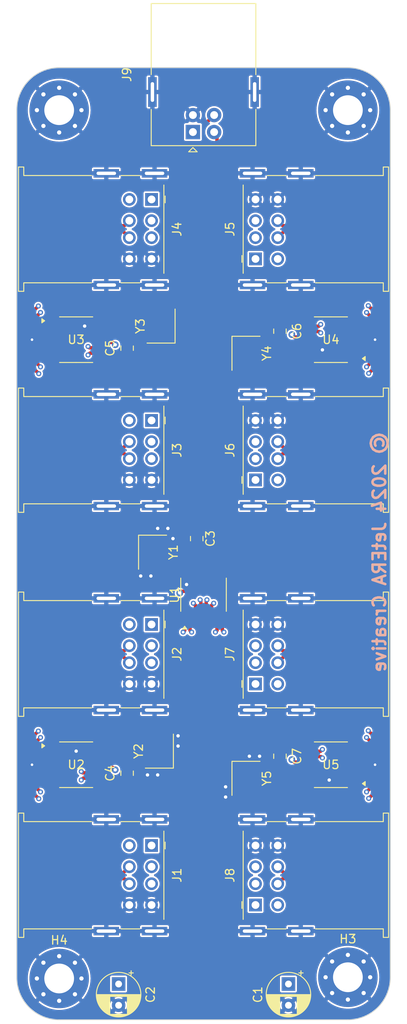
<source format=kicad_pcb>
(kicad_pcb (version 20240108) (generator "pcbnew") (generator_version "8.0")
  (title_block (title "USB 2.0 HighSpeed x16 Hub") (date "2024-11-04") (rev "2024.1") (company "JetERA Creative") (comment 1 "https://creativecommons.org/licenses/by-sa/4.0/legalcode.en") (comment 2 "Use of this PCB design is governed under the CC BY-SA 4.0 International license."))
  (layers (0 "F.Cu" signal) (1 "In1.Cu" signal) (2 "In2.Cu" signal) (31 "B.Cu" signal) (34 "B.Paste" user) (35 "F.Paste" user) (36 "B.SilkS" user "B.Silkscreen") (37 "F.SilkS" user "F.Silkscreen") (38 "B.Mask" user) (39 "F.Mask" user) (44 "Edge.Cuts" user))
  (net 0 "")
  (net 1 "+5V")
  (net 2 "GND")
  (net 3 "Net-(U3-3V3)")
  (net 4 "Net-(U4-3V3)")
  (net 5 "Net-(U5-3V3)")
  (net 6 "Net-(U3-XO)")
  (net 7 "Net-(U3-XI)")
  (net 8 "Net-(U4-XO)")
  (net 9 "Net-(U4-XI)")
  (net 10 "Net-(U5-XO)")
  (net 11 "Net-(U5-XI)")
  (net 12 "Net-(U1-D3-)")
  (net 13 "Net-(U1-D3+)")
  (net 14 "Net-(U1-D2-)")
  (net 15 "Net-(U1-D2+)")
  (net 16 "Net-(U1-D1-)")
  (net 17 "Net-(U1-D1+)")
  (net 18 "Net-(J1-D1-)")
  (net 19 "Net-(J1-D2+)")
  (net 20 "Net-(J1-D1+)")
  (net 21 "Net-(J1-D2-)")
  (net 22 "Net-(J2-D2+)")
  (net 23 "Net-(J2-D2-)")
  (net 24 "Net-(J2-D1-)")
  (net 25 "Net-(J2-D1+)")
  (net 26 "Net-(J3-D1-)")
  (net 27 "Net-(J3-D1+)")
  (net 28 "Net-(J3-D2+)")
  (net 29 "Net-(J3-D2-)")
  (net 30 "Net-(J4-D1+)")
  (net 31 "Net-(J4-D2-)")
  (net 32 "Net-(J4-D1-)")
  (net 33 "Net-(J4-D2+)")
  (net 34 "Net-(J5-D1-)")
  (net 35 "Net-(J5-D2-)")
  (net 36 "Net-(J5-D2+)")
  (net 37 "Net-(J5-D1+)")
  (net 38 "Net-(J6-D2-)")
  (net 39 "Net-(J6-D1+)")
  (net 40 "Net-(J6-D2+)")
  (net 41 "Net-(J6-D1-)")
  (net 42 "Net-(J7-D1-)")
  (net 43 "Net-(J7-D1+)")
  (net 44 "Net-(J7-D2-)")
  (net 45 "Net-(J7-D2+)")
  (net 46 "Net-(J8-D1-)")
  (net 47 "Net-(J8-D2-)")
  (net 48 "Net-(J8-D1+)")
  (net 49 "Net-(J8-D2+)")
  (net 50 "Net-(U1-3V3)")
  (net 51 "Net-(U2-3V3)")
  (net 52 "Net-(U1-D4+)")
  (net 53 "Net-(U1-D4-)")
  (net 54 "Net-(U1-XI)")
  (net 55 "Net-(U1-XO)")
  (net 56 "Net-(U2-XI)")
  (net 57 "Net-(U2-XO)")
  (net 58 "Net-(J9-D-)")
  (net 59 "Net-(J9-D+)")
  (footprint "footprints:USB_B_OST_USB-B1HSxx_Horizontal" (layer "F.Cu") (at 58.75 75.5775 90)
    (property "Reference" "J9")
    (property "Value" "USB_B")
  )
  (footprint "footprints:USB_A_Wuerth_61400826021_Horizontal_Stacked" (layer "F.Cu") (at 66.12 116.5 90)
    (property "Reference" "J6")
    (property "Value" "USB_A_Stacked")
  )
  (footprint "footprints:USB_A_Wuerth_61400826021_Horizontal_Stacked" (layer "F.Cu") (at 66.12 90.5 90)
    (property "Reference" "J5")
    (property "Value" "USB_A_Stacked")
  )
  (footprint "footprints:USB_A_Wuerth_61400826021_Horizontal_Stacked" (layer "F.Cu") (at 53.88 83.5 -90)
    (property "Reference" "J4")
    (property "Value" "USB_A_Stacked")
  )
  (footprint "Crystal:Crystal_SMD_3225-4Pin_3.2x2.5mm" (layer "F.Cu") (at 65 101.6 -90)
    (property "Reference" "Y4")
    (property "Value" "Crystal_GND24_Small")
  )
  (footprint "Capacitor_SMD:C_0805_2012Metric" (layer "F.Cu") (at 69 149 90)
    (property "Reference" "C7")
    (property "Value" "4.7uF")
  )
  (footprint "footprints:USB_A_Wuerth_61400826021_Horizontal_Stacked" (layer "F.Cu") (at 66.12 166.5 90)
    (property "Reference" "J8")
    (property "Value" "USB_A_Stacked")
  )
  (footprint "Capacitor_SMD:C_0805_2012Metric" (layer "F.Cu") (at 69 99 90)
    (property "Reference" "C6")
    (property "Value" "4.7uF")
  )
  (footprint "Package_SO:QSOP-16_3.9x4.9mm_P0.635mm" (layer "F.Cu") (at 75 100 180)
    (property "Reference" "U4")
    (property "Value" "CH334R")
  )
  (footprint "Capacitor_SMD:C_0805_2012Metric" (layer "F.Cu") (at 59.2 123.4 90)
    (property "Reference" "C3")
    (property "Value" "4.7uF")
  )
  (footprint "footprints:USB_A_Wuerth_61400826021_Horizontal_Stacked" (layer "F.Cu") (at 66.12 140.5 90)
    (property "Reference" "J7")
    (property "Value" "USB_A_Stacked")
  )
  (footprint "Crystal:Crystal_SMD_3225-4Pin_3.2x2.5mm" (layer "F.Cu") (at 55 98.4 90)
    (property "Reference" "Y3")
    (property "Value" "Crystal_GND24_Small")
  )
  (footprint "Package_SO:QSOP-16_3.9x4.9mm_P0.635mm" (layer "F.Cu") (at 45 150)
    (property "Reference" "U2")
    (property "Value" "CH334R")
  )
  (footprint "Crystal:Crystal_SMD_3225-4Pin_3.2x2.5mm" (layer "F.Cu") (at 54 125 -90)
    (property "Reference" "Y1")
    (property "Value" "Crystal_GND24_Small")
  )
  (footprint "Package_SO:QSOP-16_3.9x4.9mm_P0.635mm" (layer "F.Cu") (at 75 150 180)
    (property "Reference" "U5")
    (property "Value" "CH334R")
  )
  (footprint "MountingHole:MountingHole_3.5mm_Pad_Via" (layer "F.Cu") (at 77 175)
    (property "Reference" "H3")
    (property "Value" "MountingHole_Pad")
  )
  (footprint "footprints:USB_A_Wuerth_61400826021_Horizontal_Stacked" (layer "F.Cu") (at 53.88 133.5 -90)
    (property "Reference" "J2")
    (property "Value" "USB_A_Stacked")
  )
  (footprint "Capacitor_THT:CP_Radial_D5.0mm_P2.50mm" (layer "F.Cu") (at 50 175.794888 -90)
    (property "Reference" "C2")
    (property "Value" "270uF")
  )
  (footprint "Package_SO:QSOP-16_3.9x4.9mm_P0.635mm" (layer "F.Cu") (at 45 100)
    (property "Reference" "U3")
    (property "Value" "CH334R")
  )
  (footprint "MountingHole:MountingHole_3.5mm_Pad_Via" (layer "F.Cu") (at 43 175.143845)
    (property "Reference" "H4")
    (property "Value" "MountingHole_Pad")
  )
  (footprint "MountingHole:MountingHole_3.5mm_Pad_Via" (layer "F.Cu") (at 77 73)
    (property "Reference" "H2" (hide yes))
    (property "Value" "MountingHole_Pad")
  )
  (footprint "Crystal:Crystal_SMD_3225-4Pin_3.2x2.5mm" (layer "F.Cu") (at 54.8 148.4 90)
    (property "Reference" "Y2")
    (property "Value" "Crystal_GND24_Small")
  )
  (footprint "Capacitor_THT:CP_Radial_D5.0mm_P2.50mm" (layer "F.Cu") (at 70 175.794888 -90)
    (property "Reference" "C1")
    (property "Value" "270uF")
  )
  (footprint "footprints:USB_A_Wuerth_61400826021_Horizontal_Stacked" (layer "F.Cu") (at 53.88 109.5 -90)
    (property "Reference" "J3")
    (property "Value" "USB_A_Stacked")
  )
  (footprint "MountingHole:MountingHole_3.5mm_Pad_Via" (layer "F.Cu") (at 43 73)
    (property "Reference" "H1" (hide yes))
    (property "Value" "MountingHole_Pad")
  )
  (footprint "Crystal:Crystal_SMD_3225-4Pin_3.2x2.5mm" (layer "F.Cu") (at 65 151.6 -90)
    (property "Reference" "Y5")
    (property "Value" "Crystal_GND24_Small")
  )
  (footprint "Capacitor_SMD:C_0805_2012Metric" (layer "F.Cu") (at 51 101 -90)
    (property "Reference" "C5")
    (property "Value" "4.7uF")
  )
  (footprint "footprints:USB_A_Wuerth_61400826021_Horizontal_Stacked" (layer "F.Cu") (at 53.88 159.5 -90)
    (property "Reference" "J1")
    (property "Value" "USB_A_Stacked")
  )
  (footprint "Package_SO:QSOP-16_3.9x4.9mm_P0.635mm" (layer "F.Cu") (at 60 130 90)
    (property "Reference" "U1")
    (property "Value" "CH334R")
  )
  (footprint "Capacitor_SMD:C_0805_2012Metric" (layer "F.Cu") (at 51 151 -90)
    (property "Reference" "C4")
    (property "Value" "4.7uF")
  )
  (gr_arc (start 77 68) (mid 80.535534 69.464466) (end 82 73) (stroke (width 0.1)) (layer "Edge.Cuts"))
  (gr_arc (start 43 180) (mid 39.464466 178.535534) (end 38 175) (stroke (width 0.1)) (layer "Edge.Cuts"))
  (gr_line (start 38 175) (end 38 73) (stroke (width 0.1)) (layer "Edge.Cuts"))
  (gr_line (start 82 73) (end 82 175) (stroke (width 0.1)) (layer "Edge.Cuts"))
  (gr_arc (start 38 73) (mid 39.464466 69.464466) (end 43 68) (stroke (width 0.1)) (layer "Edge.Cuts"))
  (gr_line (start 43 68) (end 77 68) (stroke (width 0.1)) (layer "Edge.Cuts"))
  (gr_line (start 77 180) (end 43 180) (stroke (width 0.1)) (layer "Edge.Cuts"))
  (gr_arc (start 82 175) (mid 80.535534 178.535534) (end 77 180) (stroke (width 0.1)) (layer "Edge.Cuts"))
  (gr_text "© 2024 JetERA Creative" (at 81.6 125 90) (layer "B.SilkS") (effects (font (size 1.5 1.5) (thickness 0.3) (bold yes)) (justify bottom mirror)))
  (segment (start 49.3175 100.3175) (end 49.6 100.6) (width 0.4) (layer "F.Cu") (net 1))
  (segment (start 72.3625 99.6825) (end 70.6825 99.6825) (width 0.4) (layer "F.Cu") (net 1))
  (segment (start 58.967378 129.6) (end 57.4 129.6) (width 0.4) (layer "F.Cu") (net 1))
  (segment (start 70.6825 149.6825) (end 70.4 149.4) (width 0.4) (layer "F.Cu") (net 1))
  (segment (start 47.6375 100.3175) (end 49.3175 100.3175) (width 0.4) (layer "F.Cu") (net 1))
  (segment (start 49.3175 150.3175) (end 49.6 150.6) (width 0.4) (layer "F.Cu") (net 1))
  (segment (start 70.6825 99.6825) (end 70.4 99.4) (width 0.4) (layer "F.Cu") (net 1))
  (segment (start 47.6375 150.3175) (end 49.3175 150.3175) (width 0.4) (layer "F.Cu") (net 1))
  (segment (start 57.4 129.6) (end 57.2 129.8) (width 0.4) (layer "F.Cu") (net 1))
  (segment (start 60.3175 127.3625) (end 60.3175 128.249878) (width 0.4) (layer "F.Cu") (net 1))
  (segment (start 72.3625 149.6825) (end 70.6825 149.6825) (width 0.4) (layer "F.Cu") (net 1))
  (segment (start 60.3175 128.249878) (end 58.967378 129.6) (width 0.4) (layer "F.Cu") (net 1))
  (via (at 70.4 149.4) (size 0.8) (drill 0.4) (layers "F.Cu" "B.Cu") (net 1))
  (via (at 57.2 129.8) (size 0.8) (drill 0.4) (layers "F.Cu" "B.Cu") (net 1))
  (via (at 49.6 150.6) (size 0.8) (drill 0.4) (layers "F.Cu" "B.Cu") (net 1))
  (via (at 70.4 99.4) (size 0.8) (drill 0.4) (layers "F.Cu" "B.Cu") (net 1))
  (via (at 49.6 100.6) (size 0.8) (drill 0.4) (layers "F.Cu" "B.Cu") (net 1))
  (segment (start 55.6225 147.7775) (end 56.1 147.3) (width 0.4) (layer "F.Cu") (net 2))
  (via (at 54.6 122.2) (size 0.8) (drill 0.4) (layers "F.Cu" "B.Cu") (net 2))
  (via (at 57 147.8) (size 0.8) (drill 0.4) (layers "F.Cu" "B.Cu") (net 2))
  (via (at 56.4 123.4) (size 0.8) (drill 0.4) (layers "F.Cu" "B.Cu") (net 2))
  (via (at 65.4 149) (size 0.8) (drill 0.4) (layers "F.Cu" "B.Cu") (net 2))
  (via (at 39.8 100) (size 0.6) (drill 0.3) (layers "F.Cu" "B.Cu") (net 2))
  (via (at 80.2 100) (size 0.6) (drill 0.3) (layers "F.Cu" "B.Cu") (net 2))
  (via (at 53.8 127.8) (size 0.8) (drill 0.4) (layers "F.Cu" "B.Cu") (net 2))
  (via (at 39.8 150) (size 0.6) (drill 0.3) (layers "F.Cu" "B.Cu") (net 2))
  (via (at 66.6 149) (size 0.8) (drill 0.4) (layers "F.Cu" "B.Cu") (net 2))
  (via (at 62.6 153.8) (size 0.8) (drill 0.4) (layers "F.Cu" "B.Cu") (net 2))
  (via (at 57 146.6) (size 0.8) (drill 0.4) (layers "F.Cu" "B.Cu") (net 2))
  (via (at 45 148.4) (size 0.8) (drill 0.4) (layers "F.Cu" "B.Cu") (net 2))
  (via (at 74 101.2) (size 0.8) (drill 0.4) (layers "F.Cu" "B.Cu") (net 2))
  (via (at 53.4 151.2) (size 0.8) (drill 0.4) (layers "F.Cu" "B.Cu") (net 2))
  (via (at 58 128.8) (size 0.8) (drill 0.4) (layers "F.Cu" "B.Cu") (net 2))
  (via (at 62.6 152.6) (size 0.8) (drill 0.4) (layers "F.Cu" "B.Cu") (net 2))
  (via (at 55.8 122.2) (size 0.8) (drill 0.4) (layers "F.Cu" "B.Cu") (net 2))
  (via (at 80.2 150) (size 0.6) (drill 0.3) (layers "F.Cu" "B.Cu") (net 2))
  (via (at 74.8 151.8) (size 0.8) (drill 0.4) (layers "F.Cu" "B.Cu") (net 2))
  (via (at 54.6 151.2) (size 0.8) (drill 0.4) (layers "F.Cu" "B.Cu") (net 2))
  (via (at 52.6 127.8) (size 0.8) (drill 0.4) (layers "F.Cu" "B.Cu") (net 2))
  (via (at 46 98.4) (size 0.8) (drill 0.4) (layers "F.Cu" "B.Cu") (net 2))
  (segment (start 47.6375 99.6825) (end 50.6325 99.6825) (width 0.4) (layer "F.Cu") (net 3))
  (segment (start 50.6325 99.6825) (end 51 100.05) (width 0.4) (layer "F.Cu") (net 3))
  (segment (start 72.3625 100.3175) (end 69.3675 100.3175) (width 0.4) (layer "F.Cu") (net 4))
  (segment (start 69.3675 100.3175) (end 69 99.95) (width 0.4) (layer "F.Cu") (net 4))
  (segment (start 72.3625 150.3175) (end 69.3675 150.3175) (width 0.4) (layer "F.Cu") (net 5))
  (segment (start 69.3675 150.3175) (end 69 149.95) (width 0.4) (layer "F.Cu") (net 5))
  (segment (start 47.65 98.4) (end 54.95 98.4) (width 0.4) (layer "F.Cu") (net 6))
  (segment (start 47.6375 98.4125) (end 47.65 98.4) (width 0.4) (layer "F.Cu") (net 6))
  (segment (start 54.95 98.4) (end 55.85 99.3) (width 0.4) (layer "F.Cu") (net 6))
  (segment (start 55.85 99.3) (end 55.85 99.5) (width 0.4) (layer "F.Cu") (net 6))
  (segment (start 53.6725 97.7775) (end 54.15 97.3) (width 0.4) (layer "F.Cu") (net 7))
  (segment (start 47.6375 97.7775) (end 53.6725 97.7775) (width 0.4) (layer "F.Cu") (net 7))
  (segment (start 65 101.6) (end 72.35 101.6) (width 0.4) (layer "F.Cu") (net 8))
  (segment (start 64.15 100.75) (end 65 101.6) (width 0.4) (layer "F.Cu") (net 8))
  (segment (start 72.35 101.6) (end 72.3625 101.5875) (width 0.4) (layer "F.Cu") (net 8))
  (segment (start 64.15 100.5) (end 64.15 100.75) (width 0.4) (layer "F.Cu") (net 8))
  (segment (start 66.3275 102.2225) (end 65.85 102.7) (width 0.4) (layer "F.Cu") (net 9))
  (segment (start 72.3625 102.2225) (end 66.3275 102.2225) (width 0.4) (layer "F.Cu") (net 9))
  (segment (start 72.3625 151.5875) (end 66.85 151.5875) (width 0.4) (layer "F.Cu") (net 10))
  (segment (start 65 151.6) (end 64.15 150.75) (width 0.4) (layer "F.Cu") (net 10))
  (segment (start 66.85 151.5875) (end 66.8375 151.6) (width 0.4) (layer "F.Cu") (net 10))
  (segment (start 64.15 150.75) (end 64.15 150.5) (width 0.4) (layer "F.Cu") (net 10))
  (segment (start 66.8375 151.6) (end 65 151.6) (width 0.4) (layer "F.Cu") (net 10))
  (segment (start 72.3625 152.2225) (end 66.3275 152.2225) (width 0.4) (layer "F.Cu") (net 11))
  (segment (start 66.3275 152.2225) (end 65.85 152.7) (width 0.4) (layer "F.Cu") (net 11))
  (segment (start 59.0475 132.6375) (end 59.0475 131.2475) (width 0.4) (layer "F.Cu") (net 12))
  (segment (start 46.6125 101.5875) (end 47.6375 101.5875) (width 0.4) (layer "F.Cu") (net 12))
  (segment (start 59.0475 131.2475) (end 58.8 131) (width 0.4) (layer "F.Cu") (net 12))
  (segment (start 46.4 101.8) (end 46.6125 101.5875) (width 0.4) (layer "F.Cu") (net 12))
  (via (at 46.4 101.8) (size 0.6) (drill 0.3) (layers "F.Cu" "B.Cu") (net 12))
  (via (at 58.8 131) (size 0.6) (drill 0.3) (layers "F.Cu" "B.Cu") (net 12))
  (segment (start 46.4 100.8) (end 46.5525 100.9525) (width 0.4) (layer "F.Cu") (net 13))
  (segment (start 59.6825 130.6825) (end 59.6 130.6) (width 0.4) (layer "F.Cu") (net 13))
  (segment (start 46.5525 100.9525) (end 47.6375 100.9525) (width 0.4) (layer "F.Cu") (net 13))
  (segment (start 59.6825 132.6375) (end 59.6825 130.6825) (width 0.4) (layer "F.Cu") (net 13))
  (via (at 46.4 100.8) (size 0.6) (drill 0.3) (layers "F.Cu" "B.Cu") (net 13))
  (via (at 59.6 130.6) (size 0.6) (drill 0.3) (layers "F.Cu" "B.Cu") (net 13))
  (segment (start 60.3175 132.6375) (end 60.3175 130.6825) (width 0.4) (layer "F.Cu") (net 14))
  (segment (start 73.5875 98.4125) (end 72.3625 98.4125) (width 0.4) (layer "F.Cu") (net 14))
  (segment (start 60.3175 130.6825) (end 60.4 130.6) (width 0.4) (layer "F.Cu") (net 14))
  (segment (start 73.8 98.2) (end 73.5875 98.4125) (width 0.4) (layer "F.Cu") (net 14))
  (via (at 60.4 130.6) (size 0.6) (drill 0.3) (layers "F.Cu" "B.Cu") (net 14))
  (via (at 73.8 98.2) (size 0.6) (drill 0.3) (layers "F.Cu" "B.Cu") (net 14))
  (segment (start 60.9525 131.2475) (end 61.2 131) (width 0.4) (layer "F.Cu") (net 15))
  (segment (start 73.8 99.2) (end 73.6475 99.0475) (width 0.4) (layer "F.Cu") (net 15))
  (segment (start 60.9525 132.6375) (end 60.9525 131.2475) (width 0.4) (layer "F.Cu") (net 15))
  (segment (start 73.6475 99.0475) (end 72.3625 99.0475) (width 0.4) (layer "F.Cu") (net 15))
  (via (at 73.8 99.2) (size 0.6) (drill 0.3) (layers "F.Cu" "B.Cu") (net 15))
  (via (at 61.2 131) (size 0.6) (drill 0.3) (layers "F.Cu" "B.Cu") (net 15))
  (segment (start 61.5875 132.6375) (end 61.5875 134.2125) (width 0.4) (layer "F.Cu") (net 16))
  (segment (start 74 148.2) (end 73.7875 148.4125) (width 0.4) (layer "F.Cu") (net 16))
  (segment (start 73.7875 148.4125) (end 72.3625 148.4125) (width 0.4) (layer "F.Cu") (net 16))
  (segment (start 61.5875 134.2125) (end 61.4 134.4) (width 0.4) (layer "F.Cu") (net 16))
  (via (at 74 148.2) (size 0.6) (drill 0.3) (layers "F.Cu" "B.Cu") (net 16))
  (via (at 61.4 134.4) (size 0.6) (drill 0.3) (layers "F.Cu" "B.Cu") (net 16))
  (segment (start 62.2225 132.6375) (end 62.2225 134.2225) (width 0.4) (layer "F.Cu") (net 17))
  (segment (start 73.8475 149.0475) (end 74 149.2) (width 0.4) (layer "F.Cu") (net 17))
  (segment (start 72.3625 149.0475) (end 73.8475 149.0475) (width 0.4) (layer "F.Cu") (net 17))
  (segment (start 62.2225 134.2225) (end 62.4 134.4) (width 0.4) (layer "F.Cu") (net 17))
  (via (at 62.4 134.4) (size 0.6) (drill 0.3) (layers "F.Cu" "B.Cu") (net 17))
  (via (at 74 149.2) (size 0.6) (drill 0.3) (layers "F.Cu" "B.Cu") (net 17))
  (segment (start 39.8 151.151472) (end 40.633972 150.3175) (width 0.4) (layer "F.Cu") (net 18))
  (segment (start 40.6 154) (end 39.8 153.2) (width 0.4) (layer "F.Cu") (net 18))
  (segment (start 39.8 153.2) (end 39.8 151.151472) (width 0.4) (layer "F.Cu") (net 18))
  (segment (start 40.633972 150.3175) (end 42.3625 150.3175) (width 0.4) (layer "F.Cu") (net 18))
  (via (at 40.6 154) (size 0.6) (drill 0.3) (layers "F.Cu" "B.Cu") (net 18))
  (segment (start 42.3625 152.2225) (end 43.03635 152.2225) (width 0.4) (layer "F.Cu") (net 19))
  (segment (start 46.4 163.4) (end 50.66 163.4) (width 0.4) (layer "F.Cu") (net 19))
  (segment (start 43.03635 152.2225) (end 44 153.18615) (width 0.4) (layer "F.Cu") (net 19))
  (segment (start 44 161) (end 46.4 163.4) (width 0.4) (layer "F.Cu") (net 19))
  (segment (start 50.66 163.4) (end 51.26 164) (width 0.4) (layer "F.Cu") (net 19))
  (segment (start 44 153.18615) (end 44 161) (width 0.4) (layer "F.Cu") (net 19))
  (segment (start 40.8475 150.9525) (end 42.3625 150.9525) (width 0.4) (layer "F.Cu") (net 20))
  (segment (start 40.4 151.4) (end 40.8475 150.9525) (width 0.4) (layer "F.Cu") (net 20))
  (segment (start 40.4 152.8) (end 40.4 151.4) (width 0.4) (layer "F.Cu") (net 20))
  (segment (start 40.8 153.2) (end 40.4 152.8) (width 0.4) (layer "F.Cu") (net 20))
  (via (at 40.8 153.2) (size 0.6) (drill 0.3) (layers "F.Cu" "B.Cu") (net 20))
  (segment (start 43.249878 151.5875) (end 44.6 152.937622) (width 0.4) (layer "F.Cu") (net 21))
  (segment (start 46.648528 162.8) (end 50.46 162.8) (width 0.4) (layer "F.Cu") (net 21))
  (segment (start 44.6 160.751472) (end 46.648528 162.8) (width 0.4) (layer "F.Cu") (net 21))
  (segment (start 42.3625 151.5875) (end 43.249878 151.5875) (width 0.4) (layer "F.Cu") (net 21))
  (segment (start 50.46 162.8) (end 51.26 162) (width 0.4) (layer "F.Cu") (net 21))
  (segment (start 44.6 152.937622) (end 44.6 160.751472) (width 0.4) (layer "F.Cu") (net 21))
  (segment (start 50.46 137.2) (end 51.26 138) (width 0.4) (layer "F.Cu") (net 22))
  (segment (start 43.249878 148.4125) (end 44.6 147.062378) (width 0.4) (layer "F.Cu") (net 22))
  (segment (start 44.6 147.062378) (end 44.6 139.248528) (width 0.4) (layer "F.Cu") (net 22))
  (segment (start 46.648528 137.2) (end 50.46 137.2) (width 0.4) (layer "F.Cu") (net 22))
  (segment (start 42.3625 148.4125) (end 43.249878 148.4125) (width 0.4) (layer "F.Cu") (net 22))
  (segment (start 44.6 139.248528) (end 46.648528 137.2) (width 0.4) (layer "F.Cu") (net 22))
  (segment (start 46.4 136.6) (end 50.66 136.6) (width 0.4) (layer "F.Cu") (net 23))
  (segment (start 44 139) (end 46.4 136.6) (width 0.4) (layer "F.Cu") (net 23))
  (segment (start 44 146.8) (end 44 139) (width 0.4) (layer "F.Cu") (net 23))
  (segment (start 50.66 136.6) (end 51.26 136) (width 0.4) (layer "F.Cu") (net 23))
  (segment (start 43.0225 147.7775) (end 44 146.8) (width 0.4) (layer "F.Cu") (net 23))
  (segment (start 42.3625 147.7775) (end 43.0225 147.7775) (width 0.4) (layer "F.Cu") (net 23))
  (segment (start 40.896028 149.0475) (end 42.3625 149.0475) (width 0.4) (layer "F.Cu") (net 24))
  (segment (start 40.4 147.2) (end 40.4 148.551472) (width 0.4) (layer "F.Cu") (net 24))
  (segment (start 40.4 148.551472) (end 40.896028 149.0475) (width 0.4) (layer "F.Cu") (net 24))
  (segment (start 40.8 146.8) (end 40.4 147.2) (width 0.4) (layer "F.Cu") (net 24))
  (via (at 40.8 146.8) (size 0.6) (drill 0.3) (layers "F.Cu" "B.Cu") (net 24))
  (segment (start 40.547017 146.041051) (end 39.8 146.788068) (width 0.4) (layer "F.Cu") (net 25))
  (segment (start 40.6825 149.6825) (end 42.3625 149.6825) (width 0.4) (layer "F.Cu") (net 25))
  (segment (start 39.8 148.8) (end 40.6825 149.6825) (width 0.4) (layer "F.Cu") (net 25))
  (segment (start 39.8 146.788068) (end 39.8 148.8) (width 0.4) (layer "F.Cu") (net 25))
  (via (at 40.547017 146.041051) (size 0.6) (drill 0.3) (layers "F.Cu" "B.Cu") (net 25))
  (segment (start 40.6 104) (end 39.8 103.2) (width 0.4) (layer "F.Cu") (net 26))
  (segment (start 40.633972 100.3175) (end 42.3625 100.3175) (width 0.4) (layer "F.Cu") (net 26))
  (segment (start 39.8 103.2) (end 39.8 101.151472) (width 0.4) (layer "F.Cu") (net 26))
  (segment (start 39.8 101.151472) (end 40.633972 100.3175) (width 0.4) (layer "F.Cu") (net 26))
  (via (at 40.6 104) (size 0.6) (drill 0.3) (layers "F.Cu" "B.Cu") (net 26))
  (segment (start 40.4 101.4) (end 40.8475 100.9525) (width 0.4) (layer "F.Cu") (net 27))
  (segment (start 40.8475 100.9525) (end 42.3625 100.9525) (width 0.4) (layer "F.Cu") (net 27))
  (segment (start 40.4 102.8) (end 40.4 101.4) (width 0.4) (layer "F.Cu") (net 27))
  (segment (start 40.8 103.2) (end 40.4 102.8) (width 0.4) (layer "F.Cu") (net 27))
  (via (at 40.8 103.2) (size 0.6) (drill 0.3) (layers "F.Cu" "B.Cu") (net 27))
  (segment (start 42.3625 102.2225) (end 43.03635 102.2225) (width 0.4) (layer "F.Cu") (net 28))
  (segment (start 50.66 113.4) (end 51.26 114) (width 0.4) (layer "F.Cu") (net 28))
  (segment (start 43.03635 102.2225) (end 44 103.18615) (width 0.4) (layer "F.Cu") (net 28))
  (segment (start 44 111) (end 46.4 113.4) (width 0.4) (layer "F.Cu") (net 28))
  (segment (start 46.4 113.4) (end 50.66 113.4) (width 0.4) (layer "F.Cu") (net 28))
  (segment (start 44 103.18615) (end 44 111) (width 0.4) (layer "F.Cu") (net 28))
  (segment (start 42.3625 101.5875) (end 43.249878 101.5875) (width 0.4) (layer "F.Cu") (net 29))
  (segment (start 50.46 112.8) (end 51.26 112) (width 0.4) (layer "F.Cu") (net 29))
  (segment (start 46.648528 112.8) (end 50.46 112.8) (width 0.4) (layer "F.Cu") (net 29))
  (segment (start 44.6 110.751472) (end 46.648528 112.8) (width 0.4) (layer "F.Cu") (net 29))
  (segment (start 44.6 102.937622) (end 44.6 110.751472) (width 0.4) (layer "F.Cu") (net 29))
  (segment (start 43.249878 101.5875) (end 44.6 102.937622) (width 0.4) (layer "F.Cu") (net 29))
  (segment (start 39.8 96.788068) (end 39.8 98.8) (width 0.4) (layer "F.Cu") (net 30))
  (segment (start 39.8 98.8) (end 40.6825 99.6825) (width 0.4) (layer "F.Cu") (net 30))
  (segment (start 40.547017 96.041051) (end 39.8 96.788068) (width 0.4) (layer "F.Cu") (net 30))
  (segment (start 40.6825 99.6825) (end 42.3625 99.6825) (width 0.4) (layer "F.Cu") (net 30))
  (via (at 40.547017 96.041051) (size 0.6) (drill 0.3) (layers "F.Cu" "B.Cu") (net 30))
  (segment (start 42.3625 97.7775) (end 43.0225 97.7775) (width 0.4) (layer "F.Cu") (net 31))
  (segment (start 46.4 86.6) (end 50.66 86.6) (width 0.4) (layer "F.Cu") (net 31))
  (segment (start 43.0225 97.7775) (end 44 96.8) (width 0.4) (layer "F.Cu") (net 31))
  (segment (start 50.66 86.6) (end 51.26 86) (width 0.4) (layer "F.Cu") (net 31))
  (segment (start 44 96.8) (end 44 89) (width 0.4) (layer "F.Cu") (net 31))
  (segment (start 44 89) (end 46.4 86.6) (width 0.4) (layer "F.Cu") (net 31))
  (segment (start 40.4 98.551472) (end 40.896028 99.0475) (width 0.4) (layer "F.Cu") (net 32))
  (segment (start 40.8 96.8) (end 40.4 97.2) (width 0.4) (layer "F.Cu") (net 32))
  (segment (start 40.4 97.2) (end 40.4 98.551472) (width 0.4) (layer "F.Cu") (net 32))
  (segment (start 40.896028 99.0475) (end 42.3625 99.0475) (width 0.4) (layer "F.Cu") (net 32))
  (via (at 40.8 96.8) (size 0.6) (drill 0.3) (layers "F.Cu" "B.Cu") (net 32))
  (segment (start 42.3625 98.4125) (end 43.249878 98.4125) (width 0.4) (layer "F.Cu") (net 33))
  (segment (start 43.249878 98.4125) (end 44.6 97.062378) (width 0.4) (layer "F.Cu") (net 33))
  (segment (start 50.46 87.2) (end 51.26 88) (width 0.4) (layer "F.Cu") (net 33))
  (segment (start 44.6 97.062378) (end 44.6 89.248528) (width 0.4) (layer "F.Cu") (net 33))
  (segment (start 44.6 89.248528) (end 46.648528 87.2) (width 0.4) (layer "F.Cu") (net 33))
  (segment (start 46.648528 87.2) (end 50.46 87.2) (width 0.4) (layer "F.Cu") (net 33))
  (segment (start 79.4 96) (end 80.2 96.8) (width 0.4) (layer "F.Cu") (net 34))
  (segment (start 80.2 96.8) (end 80.2 98.848528) (width 0.4) (layer "F.Cu") (net 34))
  (segment (start 79.366028 99.6825) (end 77.6375 99.6825) (width 0.4) (layer "F.Cu") (net 34))
  (segment (start 80.2 98.848528) (end 79.366028 99.6825) (width 0.4) (layer "F.Cu") (net 34))
  (via (at 79.4 96) (size 0.6) (drill 0.3) (layers "F.Cu" "B.Cu") (net 34))
  (segment (start 73.351472 87.2) (end 69.54 87.2) (width 0.4) (layer "F.Cu") (net 35))
  (segment (start 77.6375 98.4125) (end 76.750122 98.4125) (width 0.4) (layer "F.Cu") (net 35))
  (segment (start 75.4 97.062378) (end 75.4 89.248528) (width 0.4) (layer "F.Cu") (net 35))
  (segment (start 76.750122 98.4125) (end 75.4 97.062378) (width 0.4) (layer "F.Cu") (net 35))
  (segment (start 75.4 89.248528) (end 73.351472 87.2) (width 0.4) (layer "F.Cu") (net 35))
  (segment (start 69.54 87.2) (end 68.74 88) (width 0.4) (layer "F.Cu") (net 35))
  (segment (start 76 96.81385) (end 76 89) (width 0.4) (layer "F.Cu") (net 36))
  (segment (start 69.34 86.6) (end 68.74 86) (width 0.4) (layer "F.Cu") (net 36))
  (segment (start 76.96365 97.7775) (end 76 96.81385) (width 0.4) (layer "F.Cu") (net 36))
  (segment (start 77.6375 97.7775) (end 76.96365 97.7775) (width 0.4) (layer "F.Cu") (net 36))
  (segment (start 76 89) (end 73.6 86.6) (width 0.4) (layer "F.Cu") (net 36))
  (segment (start 73.6 86.6) (end 69.34 86.6) (width 0.4) (layer "F.Cu") (net 36))
  (segment (start 79.6 97.2) (end 79.6 98.6) (width 0.4) (layer "F.Cu") (net 37))
  (segment (start 79.1525 99.0475) (end 77.6375 99.0475) (width 0.4) (layer "F.Cu") (net 37))
  (segment (start 79.6 98.6) (end 79.1525 99.0475) (width 0.4) (layer "F.Cu") (net 37))
  (segment (start 79.2 96.8) (end 79.6 97.2) (width 0.4) (layer "F.Cu") (net 37))
  (via (at 79.2 96.8) (size 0.6) (drill 0.3) (layers "F.Cu" "B.Cu") (net 37))
  (segment (start 77.6375 102.2225) (end 76.9775 102.2225) (width 0.4) (layer "F.Cu") (net 38))
  (segment (start 76 111) (end 73.6 113.4) (width 0.4) (layer "F.Cu") (net 38))
  (segment (start 76.9775 102.2225) (end 76 103.2) (width 0.4) (layer "F.Cu") (net 38))
  (segment (start 69.34 113.4) (end 68.74 114) (width 0.4) (layer "F.Cu") (net 38))
  (segment (start 73.6 113.4) (end 69.34 113.4) (width 0.4) (layer "F.Cu") (net 38))
  (segment (start 76 103.2) (end 76 111) (width 0.4) (layer "F.Cu") (net 38))
  (segment (start 80.2 101.2) (end 79.3175 100.3175) (width 0.4) (layer "F.Cu") (net 39))
  (segment (start 79.452983 103.958949) (end 80.2 103.211932) (width 0.4) (layer "F.Cu") (net 39))
  (segment (start 79.3175 100.3175) (end 77.6375 100.3175) (width 0.4) (layer "F.Cu") (net 39))
  (segment (start 80.2 103.211932) (end 80.2 101.2) (width 0.4) (layer "F.Cu") (net 39))
  (via (at 79.452983 103.958949) (size 0.6) (drill 0.3) (layers "F.Cu" "B.Cu") (net 39))
  (segment (start 75.4 102.937622) (end 75.4 110.751472) (width 0.4) (layer "F.Cu") (net 40))
  (segment (start 75.4 110.751472) (end 73.351472 112.8) (width 0.4) (layer "F.Cu") (net 40))
  (segment (start 76.750122 101.5875) (end 75.4 102.937622) (width 0.4) (layer "F.Cu") (net 40))
  (segment (start 73.351472 112.8) (end 69.54 112.8) (width 0.4) (layer "F.Cu") (net 40))
  (segment (start 77.6375 101.5875) (end 76.750122 101.5875) (width 0.4) (layer "F.Cu") (net 40))
  (segment (start 69.54 112.8) (end 68.74 112) (width 0.4) (layer "F.Cu") (net 40))
  (segment (start 79.103972 100.9525) (end 77.6375 100.9525) (width 0.4) (layer "F.Cu") (net 41))
  (segment (start 79.6 102.8) (end 79.6 101.448528) (width 0.4) (layer "F.Cu") (net 41))
  (segment (start 79.6 101.448528) (end 79.103972 100.9525) (width 0.4) (layer "F.Cu") (net 41))
  (segment (start 79.2 103.2) (end 79.6 102.8) (width 0.4) (layer "F.Cu") (net 41))
  (via (at 79.2 103.2) (size 0.6) (drill 0.3) (layers "F.Cu" "B.Cu") (net 41))
  (segment (start 80.2 148.848528) (end 79.366028 149.6825) (width 0.4) (layer "F.Cu") (net 42))
  (segment (start 79.4 146) (end 80.2 146.8) (width 0.4) (layer "F.Cu") (net 42))
  (segment (start 79.366028 149.6825) (end 77.6375 149.6825) (width 0.4) (layer "F.Cu") (net 42))
  (segment (start 80.2 146.8) (end 80.2 148.848528) (width 0.4) (layer "F.Cu") (net 42))
  (via (at 79.4 146) (size 0.6) (drill 0.3) (layers "F.Cu" "B.Cu") (net 42))
  (segment (start 79.6 148.6) (end 79.1525 149.0475) (width 0.4) (layer "F.Cu") (net 43))
  (segment (start 79.2 146.8) (end 79.6 147.2) (width 0.4) (layer "F.Cu") (net 43))
  (segment (start 79.6 147.2) (end 79.6 148.6) (width 0.4) (layer "F.Cu") (net 43))
  (segment (start 79.1525 149.0475) (end 77.6375 149.0475) (width 0.4) (layer "F.Cu") (net 43))
  (via (at 79.2 146.8) (size 0.6) (drill 0.3) (layers "F.Cu" "B.Cu") (net 43))
  (segment (start 69.54 137.2) (end 68.74 138) (width 0.4) (layer "F.Cu") (net 44))
  (segment (start 77.6375 148.4125) (end 76.750122 148.4125) (width 0.4) (layer "F.Cu") (net 44))
  (segment (start 75.4 139.248528) (end 73.351472 137.2) (width 0.4) (layer "F.Cu") (net 44))
  (segment (start 75.4 147.062378) (end 75.4 139.248528) (width 0.4) (layer "F.Cu") (net 44))
  (segment (start 73.351472 137.2) (end 69.54 137.2) (width 0.4) (layer "F.Cu") (net 44))
  (segment (start 76.750122 148.4125) (end 75.4 147.062378) (width 0.4) (layer "F.Cu") (net 44))
  (segment (start 76 139) (end 73.6 136.6) (width 0.4) (layer "F.Cu") (net 45))
  (segment (start 73.6 136.6) (end 69.34 136.6) (width 0.4) (layer "F.Cu") (net 45))
  (segment (start 77.6375 147.7775) (end 76.96365 147.7775) (width 0.4) (layer "F.Cu") (net 45))
  (segment (start 76 146.81385) (end 76 139) (width 0.4) (layer "F.Cu") (net 45))
  (segment (start 76.96365 147.7775) (end 76 146.81385) (width 0.4) (layer "F.Cu") (net 45))
  (segment (start 69.34 136.6) (end 68.74 136) (width 0.4) (layer "F.Cu") (net 45))
  (segment (start 79.6 151.448528) (end 79.103972 150.9525) (width 0.4) (layer "F.Cu") (net 46))
  (segment (start 79.103972 150.9525) (end 77.6375 150.9525) (width 0.4) (layer "F.Cu") (net 46))
  (segment (start 79.6 152.8) (end 79.6 151.448528) (width 0.4) (layer "F.Cu") (net 46))
  (segment (start 79.2 153.2) (end 79.6 152.8) (width 0.4) (layer "F.Cu") (net 46))
  (via (at 79.2 153.2) (size 0.6) (drill 0.3) (layers "F.Cu" "B.Cu") (net 46))
  (segment (start 73.6 163.4) (end 69.34 163.4) (width 0.4) (layer "F.Cu") (net 47))
  (segment (start 69.34 163.4) (end 68.74 164) (width 0.4) (layer "F.Cu") (net 47))
  (segment (start 76.9775 152.2225) (end 76 153.2) (width 0.4) (layer "F.Cu") (net 47))
  (segment (start 76 153.2) (end 76 161) (width 0.4) (layer "F.Cu") (net 47))
  (segment (start 76 161) (end 73.6 163.4) (width 0.4) (layer "F.Cu") (net 47))
  (segment (start 77.6375 152.2225) (end 76.9775 152.2225) (width 0.4) (layer "F.Cu") (net 47))
  (segment (start 79.452983 153.958949) (end 80.2 153.211932) (width 0.4) (layer "F.Cu") (net 48))
  (segment (start 79.3175 150.3175) (end 77.6375 150.3175) (width 0.4) (layer "F.Cu") (net 48))
  (segment (start 80.2 153.211932) (end 80.2 151.2) (width 0.4) (layer "F.Cu") (net 48))
  (segment (start 80.2 151.2) (end 79.3175 150.3175) (width 0.4) (layer "F.Cu") (net 48))
  (via (at 79.452983 153.958949) (size 0.6) (drill 0.3) (layers "F.Cu" "B.Cu") (net 48))
  (segment (start 76.750122 151.5875) (end 75.4 152.937622) (width 0.4) (layer "F.Cu") (net 49))
  (segment (start 75.4 152.937622) (end 75.4 160.751472) (width 0.4) (layer "F.Cu") (net 49))
  (segment (start 75.4 160.751472) (end 73.351472 162.8) (width 0.4) (layer "F.Cu") (net 49))
  (segment (start 73.351472 162.8) (end 69.54 162.8) (width 0.4) (layer "F.Cu") (net 49))
  (segment (start 77.6375 151.5875) (end 76.750122 151.5875) (width 0.4) (layer "F.Cu") (net 49))
  (segment (start 69.54 162.8) (end 68.74 162) (width 0.4) (layer "F.Cu") (net 49))
  (segment (start 59.6825 124.8325) (end 59.6825 127.3625) (width 0.4) (layer "F.Cu") (net 50))
  (segment (start 59.2 124.35) (end 59.6825 124.8325) (width 0.4) (layer "F.Cu") (net 50))
  (segment (start 50.6325 149.6825) (end 51 150.05) (width 0.4) (layer "F.Cu") (net 51))
  (segment (start 47.6375 149.6825) (end 50.6325 149.6825) (width 0.4) (layer "F.Cu") (net 51))
  (segment (start 58.4125 134.2125) (end 58.6 134.4) (width 0.4) (layer "F.Cu") (net 52))
  (segment (start 45.7525 150.9525) (end 45.6 150.8) (width 0.4) (layer "F.Cu") (net 52))
  (segment (start 58.4125 132.6375) (end 58.4125 134.2125) (width 0.4) (layer "F.Cu") (net 52))
  (segment (start 47.6375 150.9525) (end 45.7525 150.9525) (width 0.4) (layer "F.Cu") (net 52))
  (via (at 45.6 150.8) (size 0.6) (drill 0.3) (layers "F.Cu" "B.Cu") (net 52))
  (via (at 58.6 134.4) (size 0.6) (drill 0.3) (layers "F.Cu" "B.Cu") (net 52))
  (segment (start 57.7775 132.6375) (end 57.7775 134.2225) (width 0.4) (layer "F.Cu") (net 53))
  (segment (start 57.7775 134.2225) (end 57.6 134.4) (width 0.4) (layer "F.Cu") (net 53))
  (segment (start 45.8125 151.5875) (end 45.6 151.8) (width 0.4) (layer "F.Cu") (net 53))
  (segment (start 47.6375 151.5875) (end 45.8125 151.5875) (width 0.4) (layer "F.Cu") (net 53))
  (via (at 57.6 134.4) (size 0.6) (drill 0.3) (layers "F.Cu" "B.Cu") (net 53))
  (via (at 45.6 151.8) (size 0.6) (drill 0.3) (layers "F.Cu" "B.Cu") (net 53))
  (segment (start 56.751472 125.6) (end 55.35 125.6) (width 0.4) (layer "F.Cu") (net 54))
  (segment (start 57.7775 127.7625) (end 57.7775 126.626028) (width 0.4) (layer "F.Cu") (net 54))
  (segment (start 57.7775 126.626028) (end 56.751472 125.6) (width 0.4) (layer "F.Cu") (net 54))
  (segment (start 55.35 125.6) (end 54.85 126.1) (width 0.4) (layer "F.Cu") (net 54))
  (segment (start 58.4125 126.4125) (end 58.4125 127.7625) (width 0.4) (layer "F.Cu") (net 55))
  (segment (start 53.15 123.9) (end 53.15 124.3) (width 0.4) (layer "F.Cu") (net 55))
  (segment (start 57 125) (end 58.4125 126.4125) (width 0.4) (layer "F.Cu") (net 55))
  (segment (start 53.15 124.3) (end 53.85 125) (width 0.4) (layer "F.Cu") (net 55))
  (segment (start 53.85 125) (end 57 125) (width 0.4) (layer "F.Cu") (net 55))
  (segment (start 47.6375 147.7775) (end 53.4725 147.7775) (width 0.4) (layer "F.Cu") (net 56))
  (segment (start 53.4725 147.7775) (end 53.95 147.3) (width 0.4) (layer "F.Cu") (net 56))
  (segment (start 54.8 148.4) (end 55.65 149.25) (width 0.4) (layer "F.Cu") (net 57))
  (segment (start 47.6375 148.4125) (end 47.65 148.4) (width 0.4) (layer "F.Cu") (net 57))
  (segment (start 55.65 149.25) (end 55.65 149.5) (width 0.4) (layer "F.Cu") (net 57))
  (segment (start 47.65 148.4) (end 54.8 148.4) (width 0.4) (layer "F.Cu") (net 57))
  (segment (start 61.5875 75.915) (end 61.25 75.5775) (width 0.4) (layer "F.Cu") (net 58))
  (segment (start 61.5875 127.7625) (end 61.5875 75.915) (width 0.4) (layer "F.Cu") (net 58))
  (segment (start 60 76.095267) (end 60 74.8275) (width 0.4) (layer "F.Cu") (net 59))
  (segment (start 60.9525 77.047767) (end 60 76.095267) (width 0.4) (layer "F.Cu") (net 59))
  (segment (start 60.9525 127.7625) (end 60.9525 77.047767) (width 0.4) (layer "F.Cu") (net 59))
  (segment (start 60 74.8275) (end 61.25 73.5775) (width 0.4) (layer "F.Cu") (net 59))
  (zone (net 2) (net_name "GND") (layers "F.Cu" "In1.Cu" "B.Cu") (connect_pads (clearance 0.1)) (min_thickness 0.25) (fill yes (thermal_gap 0.2) (thermal_bridge_width 0.5))
    (polygon (pts (xy 38 68) (xy 82 68) (xy 82 180) (xy 38 180)))
  )
)
</source>
